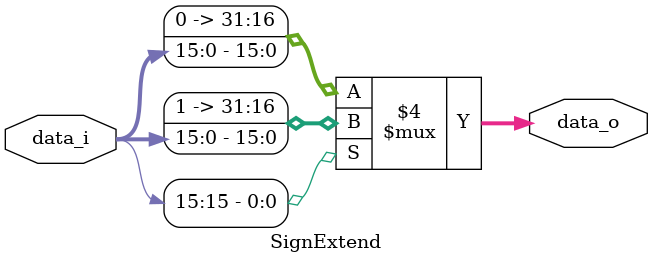
<source format=v>
module SignExtend (
    input [15:0] data_i,
    output reg [31:0] data_o
);
    always @(*) begin
        if (data_i[15] == 1'b1) begin
            data_o = {16'b1111111111111111, data_i};
        end else begin
            data_o = {16'b0000000000000000, data_i};
        end
    end
endmodule
</source>
